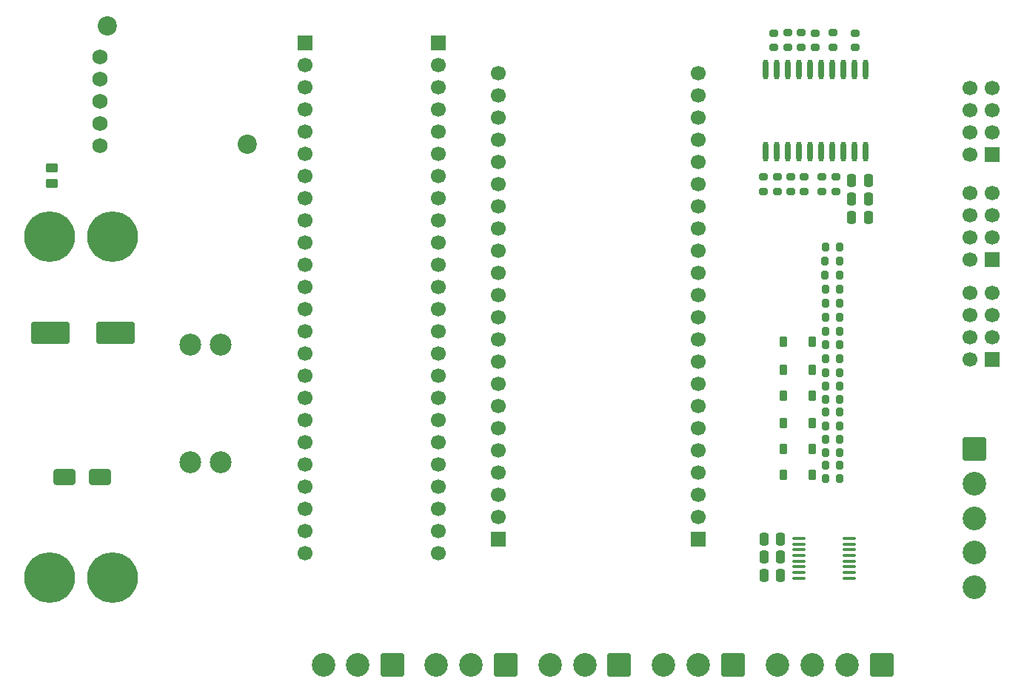
<source format=gbr>
%TF.GenerationSoftware,KiCad,Pcbnew,9.0.4*%
%TF.CreationDate,2025-12-21T10:21:05+05:30*%
%TF.ProjectId,RideOnV2Schematic,52696465-4f6e-4563-9253-6368656d6174,rev?*%
%TF.SameCoordinates,Original*%
%TF.FileFunction,Soldermask,Top*%
%TF.FilePolarity,Negative*%
%FSLAX46Y46*%
G04 Gerber Fmt 4.6, Leading zero omitted, Abs format (unit mm)*
G04 Created by KiCad (PCBNEW 9.0.4) date 2025-12-21 10:21:05*
%MOMM*%
%LPD*%
G01*
G04 APERTURE LIST*
G04 Aperture macros list*
%AMRoundRect*
0 Rectangle with rounded corners*
0 $1 Rounding radius*
0 $2 $3 $4 $5 $6 $7 $8 $9 X,Y pos of 4 corners*
0 Add a 4 corners polygon primitive as box body*
4,1,4,$2,$3,$4,$5,$6,$7,$8,$9,$2,$3,0*
0 Add four circle primitives for the rounded corners*
1,1,$1+$1,$2,$3*
1,1,$1+$1,$4,$5*
1,1,$1+$1,$6,$7*
1,1,$1+$1,$8,$9*
0 Add four rect primitives between the rounded corners*
20,1,$1+$1,$2,$3,$4,$5,0*
20,1,$1+$1,$4,$5,$6,$7,0*
20,1,$1+$1,$6,$7,$8,$9,0*
20,1,$1+$1,$8,$9,$2,$3,0*%
G04 Aperture macros list end*
%ADD10RoundRect,0.200000X-0.275000X0.200000X-0.275000X-0.200000X0.275000X-0.200000X0.275000X0.200000X0*%
%ADD11RoundRect,0.200000X0.200000X0.275000X-0.200000X0.275000X-0.200000X-0.275000X0.200000X-0.275000X0*%
%ADD12RoundRect,0.200000X-0.200000X-0.275000X0.200000X-0.275000X0.200000X0.275000X-0.200000X0.275000X0*%
%ADD13RoundRect,0.200000X0.275000X-0.200000X0.275000X0.200000X-0.275000X0.200000X-0.275000X-0.200000X0*%
%ADD14C,2.200000*%
%ADD15C,1.734000*%
%ADD16RoundRect,0.250000X0.250000X0.475000X-0.250000X0.475000X-0.250000X-0.475000X0.250000X-0.475000X0*%
%ADD17R,1.700000X1.700000*%
%ADD18C,1.700000*%
%ADD19RoundRect,0.225000X0.225000X0.375000X-0.225000X0.375000X-0.225000X-0.375000X0.225000X-0.375000X0*%
%ADD20RoundRect,0.250001X1.099999X1.099999X-1.099999X1.099999X-1.099999X-1.099999X1.099999X-1.099999X0*%
%ADD21C,2.700000*%
%ADD22RoundRect,0.250000X0.450000X-0.262500X0.450000X0.262500X-0.450000X0.262500X-0.450000X-0.262500X0*%
%ADD23RoundRect,0.250000X1.950000X1.000000X-1.950000X1.000000X-1.950000X-1.000000X1.950000X-1.000000X0*%
%ADD24RoundRect,0.100000X-0.637500X-0.100000X0.637500X-0.100000X0.637500X0.100000X-0.637500X0.100000X0*%
%ADD25C,2.500000*%
%ADD26C,5.800000*%
%ADD27O,0.600000X2.300000*%
%ADD28RoundRect,0.250000X1.000000X0.650000X-1.000000X0.650000X-1.000000X-0.650000X1.000000X-0.650000X0*%
%ADD29RoundRect,0.250001X-1.099999X1.099999X-1.099999X-1.099999X1.099999X-1.099999X1.099999X1.099999X0*%
G04 APERTURE END LIST*
D10*
%TO.C,R9*%
X169500000Y-56175000D03*
X169500000Y-57825000D03*
%TD*%
D11*
%TO.C,R7*%
X175125000Y-73800000D03*
X173475000Y-73800000D03*
%TD*%
D12*
%TO.C,R31*%
X173500000Y-89200000D03*
X175150000Y-89200000D03*
%TD*%
D13*
%TO.C,R12*%
X172300000Y-41325000D03*
X172300000Y-39675000D03*
%TD*%
D14*
%TO.C,U6*%
X91350000Y-38905000D03*
X107350000Y-52405000D03*
D15*
X90500000Y-42420000D03*
X90500000Y-44960000D03*
X90500000Y-47500000D03*
X90500000Y-50040000D03*
X90500000Y-52580000D03*
%TD*%
D16*
%TO.C,C13*%
X168382500Y-99695000D03*
X166482500Y-99695000D03*
%TD*%
D13*
%TO.C,R14*%
X176900000Y-41325000D03*
X176900000Y-39675000D03*
%TD*%
D17*
%TO.C,J1*%
X192540000Y-53600000D03*
D18*
X190000000Y-53600000D03*
X192540000Y-51060000D03*
X190000000Y-51060000D03*
X192540000Y-48520000D03*
X190000000Y-48520000D03*
X192540000Y-45980000D03*
X190000000Y-45980000D03*
%TD*%
D10*
%TO.C,R15*%
X174700000Y-56175000D03*
X174700000Y-57825000D03*
%TD*%
D16*
%TO.C,C14*%
X168382500Y-97595000D03*
X166482500Y-97595000D03*
%TD*%
%TO.C,C7*%
X178400000Y-56600000D03*
X176500000Y-56600000D03*
%TD*%
%TO.C,C12*%
X168382500Y-101795000D03*
X166482500Y-101795000D03*
%TD*%
D12*
%TO.C,R2*%
X173450000Y-67400000D03*
X175100000Y-67400000D03*
%TD*%
D11*
%TO.C,R26*%
X175150000Y-84700000D03*
X173500000Y-84700000D03*
%TD*%
D10*
%TO.C,R17*%
X171100000Y-56175000D03*
X171100000Y-57825000D03*
%TD*%
D19*
%TO.C,D7*%
X171975000Y-90300000D03*
X168675000Y-90300000D03*
%TD*%
D20*
%TO.C,J5*%
X179920000Y-112000000D03*
D21*
X175960000Y-112000000D03*
X172000000Y-112000000D03*
X168040000Y-112000000D03*
%TD*%
D10*
%TO.C,R10*%
X166400000Y-56175000D03*
X166400000Y-57825000D03*
%TD*%
D12*
%TO.C,R6*%
X173500000Y-75400000D03*
X175150000Y-75400000D03*
%TD*%
%TO.C,R27*%
X173500000Y-83100000D03*
X175150000Y-83100000D03*
%TD*%
D22*
%TO.C,R32*%
X85000000Y-56912500D03*
X85000000Y-55087500D03*
%TD*%
D19*
%TO.C,D6*%
X171975000Y-87300000D03*
X168675000Y-87300000D03*
%TD*%
D11*
%TO.C,R8*%
X175150000Y-78600000D03*
X173500000Y-78600000D03*
%TD*%
D12*
%TO.C,R22*%
X173475000Y-64200000D03*
X175125000Y-64200000D03*
%TD*%
D23*
%TO.C,C17*%
X92300000Y-74000000D03*
X84900000Y-74000000D03*
%TD*%
D24*
%TO.C,U2*%
X170500000Y-97550000D03*
X170500000Y-98200000D03*
X170500000Y-98850000D03*
X170500000Y-99500000D03*
X170500000Y-100150000D03*
X170500000Y-100800000D03*
X170500000Y-101450000D03*
X170500000Y-102100000D03*
X176225000Y-102100000D03*
X176225000Y-101450000D03*
X176225000Y-100800000D03*
X176225000Y-100150000D03*
X176225000Y-99500000D03*
X176225000Y-98850000D03*
X176225000Y-98200000D03*
X176225000Y-97550000D03*
%TD*%
D17*
%TO.C,J9*%
X129200000Y-40790000D03*
D18*
X129200000Y-43330000D03*
X129200000Y-45870000D03*
X129200000Y-48410000D03*
X129200000Y-50950000D03*
X129200000Y-53490000D03*
X129200000Y-56030000D03*
X129200000Y-58570000D03*
X129200000Y-61110000D03*
X129200000Y-63650000D03*
X129200000Y-66190000D03*
X129200000Y-68730000D03*
X129200000Y-71270000D03*
X129200000Y-73810000D03*
X129200000Y-76350000D03*
X129200000Y-78890000D03*
X129200000Y-81430000D03*
X129200000Y-83970000D03*
X129200000Y-86510000D03*
X129200000Y-89050000D03*
X129200000Y-91590000D03*
X129200000Y-94130000D03*
X129200000Y-96670000D03*
X129200000Y-99210000D03*
%TD*%
D11*
%TO.C,R28*%
X175150000Y-87700000D03*
X173500000Y-87700000D03*
%TD*%
D19*
%TO.C,D4*%
X171975000Y-81200000D03*
X168675000Y-81200000D03*
%TD*%
D25*
%TO.C,F1_30AMP1*%
X104300000Y-75360000D03*
X100900000Y-75360000D03*
X104300000Y-88840000D03*
X100900000Y-88840000D03*
%TD*%
D12*
%TO.C,R21*%
X173450000Y-65800000D03*
X175100000Y-65800000D03*
%TD*%
D26*
%TO.C,J15*%
X84800000Y-63000000D03*
X92000000Y-63000000D03*
%TD*%
D17*
%TO.C,J2*%
X192540000Y-65620000D03*
D18*
X190000000Y-65620000D03*
X192540000Y-63080000D03*
X190000000Y-63080000D03*
X192540000Y-60540000D03*
X190000000Y-60540000D03*
X192540000Y-58000000D03*
X190000000Y-58000000D03*
%TD*%
D10*
%TO.C,R18*%
X168000000Y-56175000D03*
X168000000Y-57825000D03*
%TD*%
D13*
%TO.C,R20*%
X170700000Y-41300000D03*
X170700000Y-39650000D03*
%TD*%
D12*
%TO.C,R1*%
X173475000Y-69000000D03*
X175125000Y-69000000D03*
%TD*%
D20*
%TO.C,J11*%
X136920000Y-112000000D03*
D21*
X132960000Y-112000000D03*
X129000000Y-112000000D03*
%TD*%
D27*
%TO.C,U1*%
X178110000Y-43900000D03*
X176840000Y-43900000D03*
X175570000Y-43900000D03*
X174300000Y-43900000D03*
X173030000Y-43900000D03*
X171770000Y-43900000D03*
X170490000Y-43900000D03*
X169220000Y-43900000D03*
X167950000Y-43900000D03*
X166680000Y-43900000D03*
X166680000Y-53300000D03*
X167950000Y-53300000D03*
X169220000Y-53300000D03*
X170490000Y-53300000D03*
X171770000Y-53300000D03*
X173030000Y-53300000D03*
X174300000Y-53300000D03*
X175570000Y-53300000D03*
X176840000Y-53300000D03*
X178110000Y-53300000D03*
%TD*%
D28*
%TO.C,D1*%
X90500000Y-90500000D03*
X86500000Y-90500000D03*
%TD*%
D13*
%TO.C,R13*%
X174400000Y-41300000D03*
X174400000Y-39650000D03*
%TD*%
D19*
%TO.C,D2*%
X171975000Y-75000000D03*
X168675000Y-75000000D03*
%TD*%
D17*
%TO.C,J10*%
X192580000Y-77040000D03*
D18*
X190040000Y-77040000D03*
X192580000Y-74500000D03*
X190040000Y-74500000D03*
X192580000Y-71960000D03*
X190040000Y-71960000D03*
X192580000Y-69420000D03*
X190040000Y-69420000D03*
%TD*%
D17*
%TO.C,J4*%
X158930000Y-97590000D03*
D18*
X158930000Y-95050000D03*
X158930000Y-92510000D03*
X158930000Y-89970000D03*
X158930000Y-87430000D03*
X158930000Y-84890000D03*
X158930000Y-82350000D03*
X158930000Y-79810000D03*
X158930000Y-77270000D03*
X158930000Y-74730000D03*
X158930000Y-72190000D03*
X158930000Y-69650000D03*
X158930000Y-67110000D03*
X158930000Y-64570000D03*
X158930000Y-62030000D03*
X158930000Y-59490000D03*
X158930000Y-56950000D03*
X158930000Y-54410000D03*
X158930000Y-51870000D03*
X158930000Y-49330000D03*
X158930000Y-46790000D03*
X158930000Y-44250000D03*
%TD*%
D11*
%TO.C,R24*%
X175150000Y-81600000D03*
X173500000Y-81600000D03*
%TD*%
D13*
%TO.C,R19*%
X167600000Y-41325000D03*
X167600000Y-39675000D03*
%TD*%
D12*
%TO.C,R4*%
X173475000Y-70600000D03*
X175125000Y-70600000D03*
%TD*%
D19*
%TO.C,D5*%
X171975000Y-84300000D03*
X168675000Y-84300000D03*
%TD*%
D13*
%TO.C,R11*%
X169200000Y-41300000D03*
X169200000Y-39650000D03*
%TD*%
D20*
%TO.C,J12*%
X149920000Y-112000000D03*
D21*
X145960000Y-112000000D03*
X142000000Y-112000000D03*
%TD*%
D19*
%TO.C,D3*%
X171975000Y-78200000D03*
X168675000Y-78200000D03*
%TD*%
D17*
%TO.C,J8*%
X136070000Y-97590000D03*
D18*
X136070000Y-95050000D03*
X136070000Y-92510000D03*
X136070000Y-89970000D03*
X136070000Y-87430000D03*
X136070000Y-84890000D03*
X136070000Y-82350000D03*
X136070000Y-79810000D03*
X136070000Y-77270000D03*
X136070000Y-74730000D03*
X136070000Y-72190000D03*
X136070000Y-69650000D03*
X136070000Y-67110000D03*
X136070000Y-64570000D03*
X136070000Y-62030000D03*
X136070000Y-59490000D03*
X136070000Y-56950000D03*
X136070000Y-54410000D03*
X136070000Y-51870000D03*
X136070000Y-49330000D03*
X136070000Y-46790000D03*
X136070000Y-44250000D03*
%TD*%
D20*
%TO.C,J13*%
X162920000Y-112000000D03*
D21*
X158960000Y-112000000D03*
X155000000Y-112000000D03*
%TD*%
D16*
%TO.C,C8*%
X178400000Y-58700000D03*
X176500000Y-58700000D03*
%TD*%
D12*
%TO.C,R3*%
X173475000Y-72200000D03*
X175125000Y-72200000D03*
%TD*%
D16*
%TO.C,C9*%
X178400000Y-60800000D03*
X176500000Y-60800000D03*
%TD*%
D26*
%TO.C,J3*%
X84800000Y-102000000D03*
X92000000Y-102000000D03*
%TD*%
D10*
%TO.C,R16*%
X173100000Y-56175000D03*
X173100000Y-57825000D03*
%TD*%
D12*
%TO.C,R23*%
X173500000Y-77000000D03*
X175150000Y-77000000D03*
%TD*%
%TO.C,R29*%
X173500000Y-86200000D03*
X175150000Y-86200000D03*
%TD*%
D11*
%TO.C,R30*%
X175150000Y-90700000D03*
X173500000Y-90700000D03*
%TD*%
D20*
%TO.C,J16*%
X124000000Y-112000000D03*
D21*
X120040000Y-112000000D03*
X116080000Y-112000000D03*
%TD*%
D17*
%TO.C,J6*%
X113980000Y-40790000D03*
D18*
X113980000Y-43330000D03*
X113980000Y-45870000D03*
X113980000Y-48410000D03*
X113980000Y-50950000D03*
X113980000Y-53490000D03*
X113980000Y-56030000D03*
X113980000Y-58570000D03*
X113980000Y-61110000D03*
X113980000Y-63650000D03*
X113980000Y-66190000D03*
X113980000Y-68730000D03*
X113980000Y-71270000D03*
X113980000Y-73810000D03*
X113980000Y-76350000D03*
X113980000Y-78890000D03*
X113980000Y-81430000D03*
X113980000Y-83970000D03*
X113980000Y-86510000D03*
X113980000Y-89050000D03*
X113980000Y-91590000D03*
X113980000Y-94130000D03*
X113980000Y-96670000D03*
X113980000Y-99210000D03*
%TD*%
D12*
%TO.C,R25*%
X173500000Y-80100000D03*
X175150000Y-80100000D03*
%TD*%
D29*
%TO.C,J7*%
X190550000Y-87302500D03*
D21*
X190550000Y-91262500D03*
X190550000Y-95222500D03*
X190550000Y-99182500D03*
X190550000Y-103142500D03*
%TD*%
M02*

</source>
